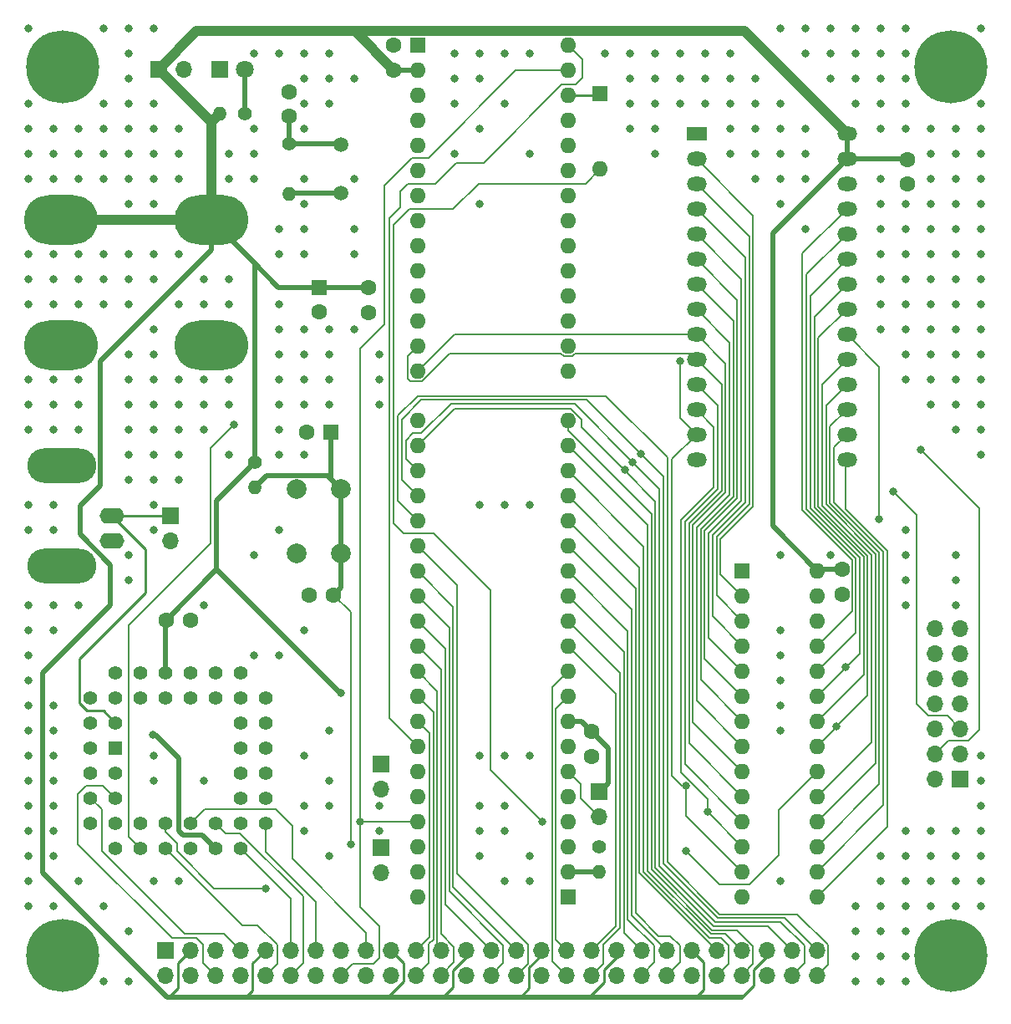
<source format=gtl>
G04 #@! TF.GenerationSoftware,KiCad,Pcbnew,7.0.10+1*
G04 #@! TF.CreationDate,2024-02-25T15:54:47+01:00*
G04 #@! TF.ProjectId,dd8_0v2,6464385f-3076-4322-9e6b-696361645f70,rev?*
G04 #@! TF.SameCoordinates,Original*
G04 #@! TF.FileFunction,Copper,L1,Top*
G04 #@! TF.FilePolarity,Positive*
%FSLAX46Y46*%
G04 Gerber Fmt 4.6, Leading zero omitted, Abs format (unit mm)*
G04 Created by KiCad (PCBNEW 7.0.10+1) date 2024-02-25 15:54:47*
%MOMM*%
%LPD*%
G01*
G04 APERTURE LIST*
G04 #@! TA.AperFunction,ComponentPad*
%ADD10R,1.600000X1.600000*%
G04 #@! TD*
G04 #@! TA.AperFunction,ComponentPad*
%ADD11O,1.600000X1.600000*%
G04 #@! TD*
G04 #@! TA.AperFunction,ComponentPad*
%ADD12C,1.600000*%
G04 #@! TD*
G04 #@! TA.AperFunction,ComponentPad*
%ADD13C,7.400000*%
G04 #@! TD*
G04 #@! TA.AperFunction,ComponentPad*
%ADD14R,1.700000X1.700000*%
G04 #@! TD*
G04 #@! TA.AperFunction,ComponentPad*
%ADD15O,1.700000X1.700000*%
G04 #@! TD*
G04 #@! TA.AperFunction,ComponentPad*
%ADD16C,2.000000*%
G04 #@! TD*
G04 #@! TA.AperFunction,ComponentPad*
%ADD17C,1.400000*%
G04 #@! TD*
G04 #@! TA.AperFunction,ComponentPad*
%ADD18O,1.400000X1.400000*%
G04 #@! TD*
G04 #@! TA.AperFunction,ComponentPad*
%ADD19C,1.500000*%
G04 #@! TD*
G04 #@! TA.AperFunction,ComponentPad*
%ADD20R,2.000000X1.440000*%
G04 #@! TD*
G04 #@! TA.AperFunction,ComponentPad*
%ADD21O,2.000000X1.440000*%
G04 #@! TD*
G04 #@! TA.AperFunction,ComponentPad*
%ADD22R,1.800000X1.800000*%
G04 #@! TD*
G04 #@! TA.AperFunction,ComponentPad*
%ADD23C,1.800000*%
G04 #@! TD*
G04 #@! TA.AperFunction,ComponentPad*
%ADD24O,7.500000X5.000000*%
G04 #@! TD*
G04 #@! TA.AperFunction,ComponentPad*
%ADD25O,2.500000X1.600000*%
G04 #@! TD*
G04 #@! TA.AperFunction,ComponentPad*
%ADD26O,7.000000X3.500000*%
G04 #@! TD*
G04 #@! TA.AperFunction,ComponentPad*
%ADD27R,1.422400X1.422400*%
G04 #@! TD*
G04 #@! TA.AperFunction,ComponentPad*
%ADD28C,1.422400*%
G04 #@! TD*
G04 #@! TA.AperFunction,ViaPad*
%ADD29C,0.800000*%
G04 #@! TD*
G04 #@! TA.AperFunction,Conductor*
%ADD30C,0.508000*%
G04 #@! TD*
G04 #@! TA.AperFunction,Conductor*
%ADD31C,0.152400*%
G04 #@! TD*
G04 #@! TA.AperFunction,Conductor*
%ADD32C,0.254000*%
G04 #@! TD*
G04 #@! TA.AperFunction,Conductor*
%ADD33C,1.000000*%
G04 #@! TD*
G04 APERTURE END LIST*
D10*
X123880000Y-125000000D03*
D11*
X123880000Y-127540000D03*
X123880000Y-130080000D03*
X123880000Y-132620000D03*
X123880000Y-135160000D03*
X123880000Y-137700000D03*
X123880000Y-140240000D03*
X123880000Y-142780000D03*
X123880000Y-145320000D03*
X123880000Y-147860000D03*
X123880000Y-150400000D03*
X123880000Y-152940000D03*
X123880000Y-155480000D03*
X123880000Y-158020000D03*
X131500000Y-158020000D03*
X131500000Y-155480000D03*
X131500000Y-152940000D03*
X131500000Y-150400000D03*
X131500000Y-147860000D03*
X131500000Y-145320000D03*
X131500000Y-142780000D03*
X131500000Y-140240000D03*
X131500000Y-137700000D03*
X131500000Y-135160000D03*
X131500000Y-132620000D03*
X131500000Y-130080000D03*
X131500000Y-127540000D03*
X131500000Y-125000000D03*
D12*
X65500000Y-130000000D03*
X68000000Y-130000000D03*
D13*
X55000000Y-74000000D03*
D12*
X134000000Y-124900000D03*
X134000000Y-127400000D03*
D14*
X109400000Y-147425000D03*
D15*
X109400000Y-149965000D03*
D16*
X78750000Y-123250000D03*
X78750000Y-116750000D03*
X83250000Y-123250000D03*
X83250000Y-116750000D03*
D10*
X82250000Y-111000000D03*
D12*
X79750000Y-111000000D03*
X140600000Y-83350000D03*
X140600000Y-85850000D03*
D14*
X66000000Y-119460000D03*
D15*
X66000000Y-122000000D03*
D14*
X146000000Y-146080000D03*
D15*
X143460000Y-146080000D03*
X146000000Y-143540000D03*
X143460000Y-143540000D03*
X146000000Y-141000000D03*
X143460000Y-141000000D03*
X146000000Y-138460000D03*
X143460000Y-138460000D03*
X146000000Y-135920000D03*
X143460000Y-135920000D03*
X146000000Y-133380000D03*
X143460000Y-133380000D03*
X146000000Y-130840000D03*
X143460000Y-130840000D03*
D13*
X55000000Y-164000000D03*
D17*
X109400000Y-153000000D03*
D18*
X109400000Y-155540000D03*
D13*
X145000000Y-164000000D03*
D19*
X83250000Y-86750000D03*
X83250000Y-81850000D03*
D20*
X119260000Y-80760000D03*
D21*
X119260000Y-83300000D03*
X119260000Y-85840000D03*
X119260000Y-88380000D03*
X119260000Y-90920000D03*
X119260000Y-93460000D03*
X119260000Y-96000000D03*
X119260000Y-98540000D03*
X119260000Y-101080000D03*
X119260000Y-103620000D03*
X119260000Y-106160000D03*
X119260000Y-108700000D03*
X119260000Y-111240000D03*
X119260000Y-113780000D03*
X134500000Y-113780000D03*
X134500000Y-111240000D03*
X134500000Y-108700000D03*
X134500000Y-106160000D03*
X134500000Y-103620000D03*
X134500000Y-101080000D03*
X134500000Y-98540000D03*
X134500000Y-96000000D03*
X134500000Y-93460000D03*
X134500000Y-90920000D03*
X134500000Y-88380000D03*
X134500000Y-85840000D03*
X134500000Y-83300000D03*
X134500000Y-80760000D03*
D10*
X106240000Y-158060000D03*
D11*
X106240000Y-155520000D03*
X106240000Y-152980000D03*
X106240000Y-150440000D03*
X106240000Y-147900000D03*
X106240000Y-145360000D03*
X106240000Y-142820000D03*
X106240000Y-140280000D03*
X106240000Y-137740000D03*
X106240000Y-135200000D03*
X106240000Y-132660000D03*
X106240000Y-130120000D03*
X106240000Y-127580000D03*
X106240000Y-125040000D03*
X106240000Y-122500000D03*
X106240000Y-119960000D03*
X106240000Y-117420000D03*
X106240000Y-114880000D03*
X106240000Y-112340000D03*
X106240000Y-109800000D03*
X91000000Y-109800000D03*
X91000000Y-112340000D03*
X91000000Y-114880000D03*
X91000000Y-117420000D03*
X91000000Y-119960000D03*
X91000000Y-122500000D03*
X91000000Y-125040000D03*
X91000000Y-127580000D03*
X91000000Y-130120000D03*
X91000000Y-132660000D03*
X91000000Y-135200000D03*
X91000000Y-137740000D03*
X91000000Y-140280000D03*
X91000000Y-142820000D03*
X91000000Y-145360000D03*
X91000000Y-147900000D03*
X91000000Y-150440000D03*
X91000000Y-152980000D03*
X91000000Y-155520000D03*
X91000000Y-158060000D03*
D22*
X70975000Y-74250000D03*
D23*
X73515000Y-74250000D03*
D10*
X109500000Y-76690000D03*
D11*
X109500000Y-84310000D03*
D13*
X145000000Y-74000000D03*
D14*
X87300000Y-144625000D03*
D15*
X87300000Y-147165000D03*
D10*
X91000000Y-71800000D03*
D11*
X91000000Y-74340000D03*
X91000000Y-76880000D03*
X91000000Y-79420000D03*
X91000000Y-81960000D03*
X91000000Y-84500000D03*
X91000000Y-87040000D03*
X91000000Y-89580000D03*
X91000000Y-92120000D03*
X91000000Y-94660000D03*
X91000000Y-97200000D03*
X91000000Y-99740000D03*
X91000000Y-102280000D03*
X91000000Y-104820000D03*
X106240000Y-104820000D03*
X106240000Y-102280000D03*
X106240000Y-99740000D03*
X106240000Y-97200000D03*
X106240000Y-94660000D03*
X106240000Y-92120000D03*
X106240000Y-89580000D03*
X106240000Y-87040000D03*
X106240000Y-84500000D03*
X106240000Y-81960000D03*
X106240000Y-79420000D03*
X106240000Y-76880000D03*
X106240000Y-74340000D03*
X106240000Y-71800000D03*
D14*
X87300000Y-153025000D03*
D15*
X87300000Y-155565000D03*
D24*
X54880000Y-89500000D03*
X70120000Y-89500000D03*
X54880000Y-102200000D03*
X70120000Y-102200000D03*
D25*
X60000000Y-119460000D03*
D26*
X54920000Y-124540000D03*
D25*
X60000000Y-122000000D03*
D26*
X54920000Y-114380000D03*
D12*
X86000000Y-96350000D03*
X86000000Y-98850000D03*
D17*
X78000000Y-81760000D03*
D18*
X78000000Y-86840000D03*
D14*
X65440000Y-163460000D03*
D15*
X65440000Y-166000000D03*
X67980000Y-163460000D03*
X67980000Y-166000000D03*
X70520000Y-163460000D03*
X70520000Y-166000000D03*
X73060000Y-163460000D03*
X73060000Y-166000000D03*
X75600000Y-163460000D03*
X75600000Y-166000000D03*
X78140000Y-163460000D03*
X78140000Y-166000000D03*
X80680000Y-163460000D03*
X80680000Y-166000000D03*
X83220000Y-163460000D03*
X83220000Y-166000000D03*
X85760000Y-163460000D03*
X85760000Y-166000000D03*
X88300000Y-163460000D03*
X88300000Y-166000000D03*
X90840000Y-163460000D03*
X90840000Y-166000000D03*
X93380000Y-163460000D03*
X93380000Y-166000000D03*
X95920000Y-163460000D03*
X95920000Y-166000000D03*
X98460000Y-163460000D03*
X98460000Y-166000000D03*
X101000000Y-163460000D03*
X101000000Y-166000000D03*
X103540000Y-163460000D03*
X103540000Y-166000000D03*
X106080000Y-163460000D03*
X106080000Y-166000000D03*
X108620000Y-163460000D03*
X108620000Y-166000000D03*
X111160000Y-163460000D03*
X111160000Y-166000000D03*
X113700000Y-163460000D03*
X113700000Y-166000000D03*
X116240000Y-163460000D03*
X116240000Y-166000000D03*
X118780000Y-163460000D03*
X118780000Y-166000000D03*
X121320000Y-163460000D03*
X121320000Y-166000000D03*
X123860000Y-163460000D03*
X123860000Y-166000000D03*
X126400000Y-163460000D03*
X126400000Y-166000000D03*
X128940000Y-163460000D03*
X128940000Y-166000000D03*
X131480000Y-163460000D03*
X131480000Y-166000000D03*
D12*
X82500000Y-127500000D03*
X80000000Y-127500000D03*
D17*
X74500000Y-114030000D03*
D18*
X74500000Y-116570000D03*
D12*
X88600000Y-74300000D03*
X88600000Y-71800000D03*
D27*
X60360000Y-142980000D03*
D28*
X57820000Y-145520000D03*
X60360000Y-145520000D03*
X57820000Y-148060000D03*
X60360000Y-148060000D03*
X57820000Y-150600000D03*
X60360000Y-153140000D03*
X60360000Y-150600000D03*
X62900000Y-153140000D03*
X62900000Y-150600000D03*
X65440000Y-153140000D03*
X65440000Y-150600000D03*
X67980000Y-153140000D03*
X67980000Y-150600000D03*
X70520000Y-153140000D03*
X70520000Y-150600000D03*
X73060000Y-153140000D03*
X75600000Y-150600000D03*
X73060000Y-150600000D03*
X75600000Y-148060000D03*
X73060000Y-148060000D03*
X75600000Y-145520000D03*
X73060000Y-145520000D03*
X75600000Y-142980000D03*
X73060000Y-142980000D03*
X75600000Y-140440000D03*
X73060000Y-140440000D03*
X75600000Y-137900000D03*
X73060000Y-135360000D03*
X73060000Y-137900000D03*
X70520000Y-135360000D03*
X70520000Y-137900000D03*
X67980000Y-135360000D03*
X67980000Y-137900000D03*
X65440000Y-135360000D03*
X65440000Y-137900000D03*
X62900000Y-135360000D03*
X62900000Y-137900000D03*
X60360000Y-135360000D03*
X57820000Y-137900000D03*
X60360000Y-137900000D03*
X57820000Y-140440000D03*
X60360000Y-140440000D03*
X57820000Y-142980000D03*
D12*
X78000000Y-79000000D03*
X78000000Y-76500000D03*
D17*
X73500000Y-78750000D03*
D18*
X70960000Y-78750000D03*
D12*
X108600000Y-141300000D03*
X108600000Y-143800000D03*
D14*
X64750000Y-74225000D03*
D15*
X67290000Y-74225000D03*
D10*
X81000000Y-96294888D03*
D12*
X81000000Y-98794888D03*
D29*
X130315000Y-85315000D03*
X140475000Y-156435000D03*
X87135000Y-108175000D03*
X140475000Y-87855000D03*
X64275000Y-113255000D03*
X51575000Y-146275000D03*
X132855000Y-75155000D03*
X99835000Y-118335000D03*
X59195000Y-158975000D03*
X117615000Y-72615000D03*
X127775000Y-87855000D03*
X145555000Y-125955000D03*
X127775000Y-133575000D03*
X140475000Y-123415000D03*
X122695000Y-82775000D03*
X87135000Y-103095000D03*
X140475000Y-98015000D03*
X132855000Y-72615000D03*
X79515000Y-105635000D03*
X140475000Y-151355000D03*
X127775000Y-131035000D03*
X97295000Y-80235000D03*
X64275000Y-100555000D03*
X140475000Y-166595000D03*
X66815000Y-80235000D03*
X59195000Y-82775000D03*
X148095000Y-110715000D03*
X140475000Y-158975000D03*
X76975000Y-90395000D03*
X54115000Y-151355000D03*
X148095000Y-92935000D03*
X69355000Y-98015000D03*
X145555000Y-108175000D03*
X143015000Y-82775000D03*
X125235000Y-82775000D03*
X61735000Y-105635000D03*
X74435000Y-123415000D03*
X51575000Y-82775000D03*
X125235000Y-77695000D03*
X97295000Y-143735000D03*
X143015000Y-98015000D03*
X140475000Y-105635000D03*
X79515000Y-100555000D03*
X51575000Y-148815000D03*
X82055000Y-75155000D03*
X56655000Y-110715000D03*
X64275000Y-146275000D03*
X145555000Y-156435000D03*
X140475000Y-90395000D03*
X97295000Y-118335000D03*
X82055000Y-146275000D03*
X69355000Y-146275000D03*
X66815000Y-115795000D03*
X56655000Y-108175000D03*
X145555000Y-95475000D03*
X87135000Y-105635000D03*
X56655000Y-95475000D03*
X61735000Y-125955000D03*
X71895000Y-82775000D03*
X145555000Y-85315000D03*
X135395000Y-70075000D03*
X120155000Y-77695000D03*
X64275000Y-105635000D03*
X125235000Y-85315000D03*
X135395000Y-158975000D03*
X148095000Y-90395000D03*
X79515000Y-131035000D03*
X132855000Y-70075000D03*
X74435000Y-72615000D03*
X102375000Y-118335000D03*
X54115000Y-105635000D03*
X66815000Y-110715000D03*
X76975000Y-72615000D03*
X127775000Y-82775000D03*
X76975000Y-92935000D03*
X137935000Y-92935000D03*
X143015000Y-108175000D03*
X140475000Y-128495000D03*
X61735000Y-166595000D03*
X82055000Y-141195000D03*
X61735000Y-75155000D03*
X54115000Y-82775000D03*
X127775000Y-141195000D03*
X84595000Y-92935000D03*
X102375000Y-156435000D03*
X69355000Y-95475000D03*
X135395000Y-72615000D03*
X54115000Y-128495000D03*
X76975000Y-100555000D03*
X143015000Y-92935000D03*
X56655000Y-85315000D03*
X140475000Y-161515000D03*
X64275000Y-95475000D03*
X97295000Y-151355000D03*
X140475000Y-92935000D03*
X66815000Y-108175000D03*
X94755000Y-77695000D03*
X143015000Y-151355000D03*
X94755000Y-75155000D03*
X97295000Y-72615000D03*
X79515000Y-80235000D03*
X64275000Y-87855000D03*
X102375000Y-153895000D03*
X145555000Y-105635000D03*
X97295000Y-148815000D03*
X56655000Y-105635000D03*
X51575000Y-110715000D03*
X145555000Y-158975000D03*
X61735000Y-98015000D03*
X51575000Y-133575000D03*
X51575000Y-108175000D03*
X54115000Y-110715000D03*
X99835000Y-143735000D03*
X140475000Y-70075000D03*
X59195000Y-92935000D03*
X76975000Y-133575000D03*
X102375000Y-143735000D03*
X71895000Y-108175000D03*
X122695000Y-77695000D03*
X69355000Y-108175000D03*
X61735000Y-70075000D03*
X79515000Y-90395000D03*
X148095000Y-98015000D03*
X64275000Y-103095000D03*
X51575000Y-128495000D03*
X51575000Y-151355000D03*
X71895000Y-98015000D03*
X61735000Y-161515000D03*
X64275000Y-156435000D03*
X76975000Y-113255000D03*
X61735000Y-82775000D03*
X54115000Y-138655000D03*
X61735000Y-72615000D03*
X66815000Y-82775000D03*
X140475000Y-120875000D03*
X143015000Y-100555000D03*
X51575000Y-156435000D03*
X127775000Y-138655000D03*
X51575000Y-131035000D03*
X120155000Y-75155000D03*
X51575000Y-98015000D03*
X112535000Y-77695000D03*
X74435000Y-133575000D03*
X61735000Y-77695000D03*
X79515000Y-143735000D03*
X82055000Y-72615000D03*
X145555000Y-90395000D03*
X97295000Y-75155000D03*
X84595000Y-100555000D03*
X140475000Y-80235000D03*
X137935000Y-156435000D03*
X76975000Y-120875000D03*
X66815000Y-98015000D03*
X51575000Y-105635000D03*
X76975000Y-105635000D03*
X87135000Y-148815000D03*
X137935000Y-87855000D03*
X51575000Y-92935000D03*
X125235000Y-80235000D03*
X99835000Y-151355000D03*
X99835000Y-77695000D03*
X64275000Y-80235000D03*
X82055000Y-108175000D03*
X66815000Y-113255000D03*
X115075000Y-80235000D03*
X79515000Y-151355000D03*
X79515000Y-108175000D03*
X122695000Y-72615000D03*
X51575000Y-136115000D03*
X71895000Y-85315000D03*
X74435000Y-82775000D03*
X137935000Y-161515000D03*
X117615000Y-75155000D03*
X54115000Y-95475000D03*
X82055000Y-148815000D03*
X135395000Y-161515000D03*
X145555000Y-87855000D03*
X61735000Y-87855000D03*
X61735000Y-123415000D03*
X145555000Y-153895000D03*
X76975000Y-98015000D03*
X59195000Y-77695000D03*
X137935000Y-70075000D03*
X61735000Y-95475000D03*
X143015000Y-103095000D03*
X97295000Y-87855000D03*
X102375000Y-72615000D03*
X84595000Y-90395000D03*
X140475000Y-72615000D03*
X122695000Y-80235000D03*
X145555000Y-80235000D03*
X61735000Y-103095000D03*
X74435000Y-85315000D03*
X99835000Y-156435000D03*
X145555000Y-103095000D03*
X66815000Y-85315000D03*
X102375000Y-82775000D03*
X64275000Y-70075000D03*
X145555000Y-128495000D03*
X61735000Y-85315000D03*
X137935000Y-166595000D03*
X148095000Y-151355000D03*
X54115000Y-92935000D03*
X64275000Y-118335000D03*
X122695000Y-75155000D03*
X140475000Y-103095000D03*
X148095000Y-148815000D03*
X137935000Y-98015000D03*
X54115000Y-120875000D03*
X143015000Y-105635000D03*
X97295000Y-153895000D03*
X79515000Y-92935000D03*
X145555000Y-100555000D03*
X59195000Y-80235000D03*
X135395000Y-164055000D03*
X79515000Y-148815000D03*
X71895000Y-105635000D03*
X127775000Y-123415000D03*
X66815000Y-156435000D03*
X148095000Y-85315000D03*
X148095000Y-146275000D03*
X120155000Y-72615000D03*
X148095000Y-153895000D03*
X64275000Y-82775000D03*
X82055000Y-103095000D03*
X51575000Y-70075000D03*
X54115000Y-108175000D03*
X148095000Y-113255000D03*
X51575000Y-138655000D03*
X79515000Y-103095000D03*
X137935000Y-153895000D03*
X143015000Y-158975000D03*
X127775000Y-77695000D03*
X82055000Y-153895000D03*
X54115000Y-118335000D03*
X143015000Y-90395000D03*
X148095000Y-77695000D03*
X71895000Y-95475000D03*
X69355000Y-105635000D03*
X127775000Y-85315000D03*
X66815000Y-105635000D03*
X84595000Y-75155000D03*
X64275000Y-77695000D03*
X71895000Y-113255000D03*
X76975000Y-110715000D03*
X64275000Y-143735000D03*
X137935000Y-100555000D03*
X51575000Y-120875000D03*
X82055000Y-100555000D03*
X148095000Y-108175000D03*
X64275000Y-110715000D03*
X148095000Y-158975000D03*
X51575000Y-80235000D03*
X140475000Y-164055000D03*
X51575000Y-158975000D03*
X51575000Y-95475000D03*
X148095000Y-70075000D03*
X143015000Y-156435000D03*
X56655000Y-156435000D03*
X137935000Y-75155000D03*
X54115000Y-143735000D03*
X61735000Y-113255000D03*
X140475000Y-95475000D03*
X130315000Y-82775000D03*
X117615000Y-77695000D03*
X132855000Y-123415000D03*
X51575000Y-118335000D03*
X148095000Y-100555000D03*
X99835000Y-72615000D03*
X137935000Y-158975000D03*
X130315000Y-80235000D03*
X54115000Y-141195000D03*
X143015000Y-153895000D03*
X54115000Y-80235000D03*
X145555000Y-98015000D03*
X59195000Y-95475000D03*
X56655000Y-82775000D03*
X135395000Y-166595000D03*
X140475000Y-77695000D03*
X87135000Y-151355000D03*
X59195000Y-98015000D03*
X145555000Y-110715000D03*
X137935000Y-85315000D03*
X145555000Y-92935000D03*
X51575000Y-153895000D03*
X137935000Y-164055000D03*
X148095000Y-156435000D03*
X137935000Y-80235000D03*
X145555000Y-123415000D03*
X64275000Y-92935000D03*
X148095000Y-103095000D03*
X94755000Y-82775000D03*
X54115000Y-158975000D03*
X76975000Y-103095000D03*
X127775000Y-70075000D03*
X79515000Y-77695000D03*
X148095000Y-143735000D03*
X143015000Y-85315000D03*
X79515000Y-75155000D03*
X99835000Y-148815000D03*
X59195000Y-166595000D03*
X145555000Y-151355000D03*
X84595000Y-85315000D03*
X145555000Y-82775000D03*
X64275000Y-120875000D03*
X54115000Y-146275000D03*
X115075000Y-77695000D03*
X64275000Y-85315000D03*
X79515000Y-113255000D03*
X54115000Y-98015000D03*
X64275000Y-108175000D03*
X140475000Y-100555000D03*
X143015000Y-95475000D03*
X127775000Y-156435000D03*
X137935000Y-90395000D03*
X135395000Y-77695000D03*
X56655000Y-128495000D03*
X137935000Y-95475000D03*
X51575000Y-143735000D03*
X82055000Y-105635000D03*
X135395000Y-75155000D03*
X69355000Y-110715000D03*
X59195000Y-70075000D03*
X76975000Y-108175000D03*
X82055000Y-77695000D03*
X109995000Y-72615000D03*
X54115000Y-148815000D03*
X54115000Y-131035000D03*
X79515000Y-85315000D03*
X51575000Y-141195000D03*
X66815000Y-92935000D03*
X137935000Y-77695000D03*
X143015000Y-87855000D03*
X56655000Y-98015000D03*
X127775000Y-136115000D03*
X64275000Y-115795000D03*
X148095000Y-105635000D03*
X148095000Y-87855000D03*
X56655000Y-80235000D03*
X112535000Y-75155000D03*
X74435000Y-80235000D03*
X51575000Y-85315000D03*
X61735000Y-110715000D03*
X56655000Y-92935000D03*
X94755000Y-72615000D03*
X54115000Y-153895000D03*
X115075000Y-82775000D03*
X115075000Y-72615000D03*
X148095000Y-82775000D03*
X69355000Y-128495000D03*
X79515000Y-72615000D03*
X125235000Y-75155000D03*
X143015000Y-80235000D03*
X127775000Y-80235000D03*
X140475000Y-125955000D03*
X140475000Y-75155000D03*
X140475000Y-153895000D03*
X112535000Y-80235000D03*
X61735000Y-108175000D03*
X148095000Y-80235000D03*
X61735000Y-80235000D03*
X51575000Y-77695000D03*
X61735000Y-92935000D03*
X112535000Y-72615000D03*
X79515000Y-87855000D03*
X148095000Y-95475000D03*
X130315000Y-72615000D03*
X137935000Y-72615000D03*
X54115000Y-85315000D03*
X130315000Y-90395000D03*
X130315000Y-70075000D03*
X59195000Y-85315000D03*
X61735000Y-115795000D03*
X115075000Y-75155000D03*
X84208000Y-152692000D03*
X83222000Y-137422000D03*
X64200000Y-141600000D03*
X103600000Y-150400000D03*
X75600000Y-157200000D03*
X85200000Y-150400000D03*
X120400000Y-149400000D03*
X118200000Y-146800000D03*
X117600000Y-103800000D03*
X133400000Y-140800000D03*
X134400000Y-134800000D03*
X112000000Y-114800000D03*
X112800000Y-114000000D03*
X113600000Y-113200000D03*
X142000000Y-112800000D03*
X139200000Y-117000000D03*
X72400000Y-110200000D03*
X118200000Y-153400000D03*
X137800000Y-119800000D03*
D30*
X83160000Y-81760000D02*
X83250000Y-81850000D01*
X78000000Y-79000000D02*
X78000000Y-81760000D01*
X78000000Y-81760000D02*
X83160000Y-81760000D01*
X83250000Y-116750000D02*
X83250000Y-123250000D01*
X82250000Y-111000000D02*
X82250000Y-115750000D01*
X83250000Y-126750000D02*
X82500000Y-127500000D01*
X82250000Y-115750000D02*
X83250000Y-116750000D01*
X83250000Y-123250000D02*
X83250000Y-126750000D01*
D31*
X84208000Y-152692000D02*
X84208000Y-129208000D01*
X84208000Y-129208000D02*
X82500000Y-127500000D01*
D30*
X81843600Y-115343600D02*
X82250000Y-115750000D01*
X75726400Y-115343600D02*
X81843600Y-115343600D01*
X74500000Y-116570000D02*
X75726400Y-115343600D01*
X127000000Y-120500000D02*
X127000000Y-90800000D01*
X59900000Y-128500000D02*
X59900000Y-124400000D01*
D32*
X120000000Y-167450000D02*
X120000000Y-164680000D01*
X111160000Y-164140000D02*
X109900000Y-165400000D01*
X66700000Y-164740000D02*
X66700000Y-167300000D01*
D30*
X65480000Y-130020000D02*
X65500000Y-130000000D01*
X65500000Y-130000000D02*
X70600000Y-124900000D01*
X110300000Y-146525000D02*
X109400000Y-147425000D01*
D32*
X94600000Y-167200000D02*
X93600000Y-168200000D01*
D30*
X90960000Y-74300000D02*
X91000000Y-74340000D01*
D33*
X54880000Y-89500000D02*
X70120000Y-89500000D01*
D30*
X59900000Y-124400000D02*
X56800000Y-121300000D01*
X131600000Y-124900000D02*
X131500000Y-125000000D01*
X110300000Y-143000000D02*
X110300000Y-146525000D01*
D32*
X67980000Y-163460000D02*
X66700000Y-164740000D01*
D30*
X53000000Y-135400000D02*
X59900000Y-128500000D01*
D32*
X66700000Y-167300000D02*
X65800000Y-168200000D01*
D30*
X83122000Y-137422000D02*
X70600000Y-124900000D01*
X85944888Y-96294888D02*
X86000000Y-96350000D01*
X70600000Y-117930000D02*
X74500000Y-114030000D01*
X70120000Y-92508000D02*
X70120000Y-89500000D01*
X88600000Y-74300000D02*
X90960000Y-74300000D01*
X134000000Y-124900000D02*
X131600000Y-124900000D01*
D32*
X74300000Y-167500000D02*
X73600000Y-168200000D01*
D33*
X70120000Y-89500000D02*
X70120000Y-79590000D01*
D30*
X107580000Y-140280000D02*
X108600000Y-141300000D01*
X56800000Y-118400000D02*
X58826400Y-116373600D01*
X131500000Y-125000000D02*
X127000000Y-120500000D01*
D32*
X111160000Y-163460000D02*
X111160000Y-164140000D01*
X95920000Y-163460000D02*
X95920000Y-164180000D01*
D30*
X106240000Y-140280000D02*
X107580000Y-140280000D01*
D32*
X103540000Y-163460000D02*
X103540000Y-163962894D01*
X109900000Y-165400000D02*
X109900000Y-166700000D01*
X87800000Y-168200000D02*
X87978413Y-168200000D01*
X102300000Y-165202894D02*
X102300000Y-167300000D01*
D33*
X84600000Y-70347600D02*
X84647600Y-70347600D01*
D32*
X119250000Y-168200000D02*
X120000000Y-167450000D01*
D30*
X74500000Y-114030000D02*
X74500000Y-93880000D01*
X69180000Y-151800000D02*
X70520000Y-153140000D01*
D32*
X109900000Y-166700000D02*
X108400000Y-168200000D01*
D30*
X66800000Y-151400000D02*
X67200000Y-151800000D01*
X127000000Y-90800000D02*
X134500000Y-83300000D01*
D32*
X75600000Y-163460000D02*
X74300000Y-164760000D01*
D33*
X64750000Y-74225000D02*
X64755000Y-74225000D01*
D32*
X74300000Y-164760000D02*
X74300000Y-167500000D01*
D30*
X53000000Y-155600000D02*
X53000000Y-135400000D01*
D32*
X89600000Y-166578413D02*
X89600000Y-164760000D01*
D30*
X123900000Y-168200000D02*
X65600000Y-168200000D01*
D33*
X68627400Y-70347600D02*
X84600000Y-70347600D01*
D32*
X125100000Y-165400000D02*
X125100000Y-167000000D01*
X102300000Y-167300000D02*
X101400000Y-168200000D01*
X125100000Y-167000000D02*
X123900000Y-168200000D01*
D30*
X58826400Y-103801600D02*
X70120000Y-92508000D01*
D32*
X120000000Y-164680000D02*
X118780000Y-163460000D01*
D30*
X134500000Y-83300000D02*
X140550000Y-83300000D01*
X140550000Y-83300000D02*
X140600000Y-83350000D01*
D32*
X126400000Y-163460000D02*
X126400000Y-164100000D01*
X94600000Y-165500000D02*
X94600000Y-167200000D01*
D33*
X70120000Y-79590000D02*
X70960000Y-78750000D01*
D30*
X74310000Y-93690000D02*
X70120000Y-89500000D01*
X65600000Y-168200000D02*
X53000000Y-155600000D01*
D32*
X95920000Y-164180000D02*
X94600000Y-165500000D01*
D33*
X84647600Y-70347600D02*
X88600000Y-74300000D01*
D30*
X76914888Y-96294888D02*
X74310000Y-93690000D01*
D32*
X89600000Y-164760000D02*
X88300000Y-163460000D01*
D30*
X108600000Y-141300000D02*
X110300000Y-143000000D01*
X67200000Y-151800000D02*
X69180000Y-151800000D01*
D33*
X84600000Y-70347600D02*
X124087600Y-70347600D01*
D30*
X58826400Y-116373600D02*
X58826400Y-103801600D01*
X81000000Y-96294888D02*
X85944888Y-96294888D01*
D32*
X87978413Y-168200000D02*
X89600000Y-166578413D01*
D30*
X134500000Y-80760000D02*
X134500000Y-83300000D01*
X56800000Y-121300000D02*
X56800000Y-118400000D01*
X65480000Y-135360000D02*
X65480000Y-130020000D01*
D32*
X126400000Y-164100000D02*
X125100000Y-165400000D01*
D30*
X81000000Y-96294888D02*
X76914888Y-96294888D01*
D33*
X64750000Y-74225000D02*
X68627400Y-70347600D01*
D30*
X83222000Y-137422000D02*
X83122000Y-137422000D01*
D33*
X64755000Y-74225000D02*
X70120000Y-79590000D01*
D30*
X74500000Y-93880000D02*
X74310000Y-93690000D01*
D33*
X124087600Y-70347600D02*
X134500000Y-80760000D01*
D30*
X64400000Y-141600000D02*
X66800000Y-144000000D01*
X70600000Y-124900000D02*
X70600000Y-117930000D01*
X66800000Y-144000000D02*
X66800000Y-151400000D01*
D32*
X103540000Y-163962894D02*
X102300000Y-165202894D01*
X106240000Y-76880000D02*
X109310000Y-76880000D01*
X109310000Y-76880000D02*
X109500000Y-76690000D01*
D31*
X109500000Y-84310000D02*
X108010000Y-85800000D01*
X98400000Y-127000000D02*
X98400000Y-145200000D01*
X88600000Y-120200000D02*
X89600000Y-121200000D01*
X97200000Y-85800000D02*
X94600000Y-88400000D01*
X89600000Y-121200000D02*
X92600000Y-121200000D01*
X108010000Y-85800000D02*
X97200000Y-85800000D01*
X90200000Y-88400000D02*
X88600000Y-90000000D01*
X88600000Y-90000000D02*
X88600000Y-120200000D01*
X94600000Y-88400000D02*
X90200000Y-88400000D01*
X92600000Y-121200000D02*
X98400000Y-127000000D01*
X98400000Y-145200000D02*
X103600000Y-150400000D01*
D32*
X56700000Y-133900000D02*
X56700000Y-138400000D01*
X57500000Y-139200000D02*
X59160000Y-139200000D01*
X63400000Y-122860000D02*
X63400000Y-127200000D01*
X56700000Y-138400000D02*
X57500000Y-139200000D01*
X59160000Y-139200000D02*
X60400000Y-140440000D01*
X60000000Y-119460000D02*
X63400000Y-122860000D01*
X60000000Y-119460000D02*
X66000000Y-119460000D01*
X63400000Y-127200000D02*
X56700000Y-133900000D01*
D31*
X92800000Y-85800000D02*
X90000000Y-85800000D01*
X107700000Y-73260000D02*
X107700000Y-75100000D01*
X89236200Y-86563800D02*
X89236200Y-88194852D01*
X107000000Y-75800000D02*
X105600000Y-75800000D01*
X90000000Y-85800000D02*
X89236200Y-86563800D01*
X106240000Y-71800000D02*
X107700000Y-73260000D01*
X89236200Y-88194852D02*
X88104800Y-89326252D01*
X88104800Y-139924800D02*
X91000000Y-142820000D01*
X97695200Y-83704800D02*
X94895200Y-83704800D01*
X105600000Y-75800000D02*
X97695200Y-83704800D01*
X88104800Y-89326252D02*
X88104800Y-139924800D01*
X107700000Y-75100000D02*
X107000000Y-75800000D01*
X94895200Y-83704800D02*
X92800000Y-85800000D01*
X59140000Y-146800000D02*
X60400000Y-148060000D01*
X66100000Y-162200000D02*
X56600000Y-152700000D01*
X69300000Y-164780000D02*
X69300000Y-162900000D01*
X136200000Y-123600000D02*
X136200000Y-135540000D01*
X131200000Y-99300000D02*
X131200000Y-118600000D01*
X56600000Y-152700000D02*
X56600000Y-147600000D01*
X70520000Y-166000000D02*
X69300000Y-164780000D01*
X131200000Y-118600000D02*
X136200000Y-123600000D01*
X56600000Y-147600000D02*
X57400000Y-146800000D01*
X134500000Y-96000000D02*
X131200000Y-99300000D01*
X68600000Y-162200000D02*
X66100000Y-162200000D01*
X69300000Y-162900000D02*
X68600000Y-162200000D01*
X57400000Y-146800000D02*
X59140000Y-146800000D01*
X136200000Y-135540000D02*
X131500000Y-140240000D01*
X57860000Y-148060000D02*
X59000000Y-149200000D01*
X67400000Y-161800000D02*
X71400000Y-161800000D01*
X59000000Y-153400000D02*
X67400000Y-161800000D01*
X71400000Y-161800000D02*
X73060000Y-163460000D01*
X59000000Y-149200000D02*
X59000000Y-153400000D01*
X73060000Y-153140000D02*
X78140000Y-158220000D01*
X78140000Y-158220000D02*
X78140000Y-163460000D01*
X80680000Y-158580000D02*
X75600000Y-153500000D01*
X80680000Y-163460000D02*
X80680000Y-158580000D01*
X75600000Y-153500000D02*
X75600000Y-150600000D01*
X74800000Y-160900000D02*
X76800000Y-162900000D01*
X65470000Y-153140000D02*
X73230000Y-160900000D01*
X76800000Y-164800000D02*
X75600000Y-166000000D01*
X76800000Y-162900000D02*
X76800000Y-164800000D01*
X73230000Y-160900000D02*
X74800000Y-160900000D01*
X73000000Y-151600000D02*
X79400000Y-158000000D01*
X79400000Y-158000000D02*
X79400000Y-164740000D01*
X71520000Y-151600000D02*
X73000000Y-151600000D01*
X70520000Y-150600000D02*
X71520000Y-151600000D01*
X79400000Y-164740000D02*
X78140000Y-166000000D01*
X78300000Y-150900000D02*
X76600000Y-149200000D01*
X85760000Y-163460000D02*
X85760000Y-161660000D01*
X78300000Y-154200000D02*
X78300000Y-150900000D01*
X85760000Y-161660000D02*
X78300000Y-154200000D01*
X76600000Y-149200000D02*
X69410000Y-149200000D01*
X69410000Y-149200000D02*
X68010000Y-150600000D01*
X85200000Y-151300000D02*
X85200000Y-159100000D01*
X92100000Y-83200000D02*
X90400000Y-83200000D01*
X66600000Y-153400000D02*
X70400000Y-157200000D01*
X85200000Y-159100000D02*
X87100000Y-161000000D01*
X87600000Y-86000000D02*
X87600000Y-100100000D01*
X87100000Y-164200000D02*
X86500000Y-164800000D01*
X100960000Y-74340000D02*
X92100000Y-83200000D01*
X85200000Y-150440000D02*
X85200000Y-151300000D01*
X75600000Y-157200000D02*
X75500000Y-157200000D01*
X91000000Y-150440000D02*
X85200000Y-150440000D01*
X87100000Y-161000000D02*
X87100000Y-164200000D01*
X85200000Y-102500000D02*
X85200000Y-149300000D01*
X87600000Y-100100000D02*
X85200000Y-102500000D01*
X86500000Y-164800000D02*
X84420000Y-164800000D01*
X66600000Y-152600000D02*
X66600000Y-153400000D01*
X85200000Y-150400000D02*
X85200000Y-151300000D01*
X65440000Y-151440000D02*
X66600000Y-152600000D01*
X84420000Y-164800000D02*
X83220000Y-166000000D01*
X90400000Y-83200000D02*
X87600000Y-86000000D01*
X70400000Y-157200000D02*
X75600000Y-157200000D01*
X65440000Y-150600000D02*
X65440000Y-151440000D01*
X85200000Y-149300000D02*
X85200000Y-150400000D01*
X106240000Y-74340000D02*
X100960000Y-74340000D01*
X92200000Y-162100000D02*
X92200000Y-141480000D01*
X123880000Y-150400000D02*
X118100000Y-144620000D01*
X92200000Y-141480000D02*
X91000000Y-140280000D01*
X121400000Y-108300000D02*
X119260000Y-106160000D01*
X121400000Y-116765526D02*
X121400000Y-108300000D01*
X118100000Y-144620000D02*
X118100000Y-120065526D01*
X118100000Y-120065526D02*
X121400000Y-116765526D01*
X90840000Y-163460000D02*
X92200000Y-162100000D01*
X117700000Y-145411025D02*
X117700000Y-119900000D01*
X92100000Y-164740000D02*
X92100000Y-162831829D01*
X120400000Y-149400000D02*
X120400000Y-148111025D01*
X90840000Y-166000000D02*
X92100000Y-164740000D01*
X121000000Y-110440000D02*
X119260000Y-108700000D01*
X120400000Y-149460000D02*
X120400000Y-149400000D01*
X120400000Y-148111025D02*
X117700000Y-145411025D01*
X121000000Y-116600000D02*
X121000000Y-110440000D01*
X123880000Y-152940000D02*
X120400000Y-149460000D01*
X92600000Y-139340000D02*
X91000000Y-137740000D01*
X92100000Y-162831829D02*
X92600000Y-162331829D01*
X117700000Y-119900000D02*
X121000000Y-116600000D01*
X92600000Y-162331829D02*
X92600000Y-139340000D01*
X93000000Y-163080000D02*
X93000000Y-137200000D01*
X118200000Y-149800000D02*
X118200000Y-146800000D01*
X118200000Y-146800000D02*
X117800000Y-146800000D01*
X116800000Y-113700000D02*
X119260000Y-111240000D01*
X93000000Y-137200000D02*
X91000000Y-135200000D01*
X119260000Y-111240000D02*
X117600000Y-109580000D01*
X116800000Y-145800000D02*
X116800000Y-113700000D01*
X123880000Y-155480000D02*
X118200000Y-149800000D01*
X93380000Y-163460000D02*
X93000000Y-163080000D01*
X117600000Y-109580000D02*
X117600000Y-103800000D01*
X117800000Y-146800000D02*
X116800000Y-145800000D01*
X93400000Y-161800000D02*
X94700000Y-163100000D01*
X134400000Y-113880000D02*
X134400000Y-118800000D01*
X93400000Y-135060000D02*
X93400000Y-161800000D01*
X91000000Y-132660000D02*
X93400000Y-135060000D01*
X134400000Y-118800000D02*
X138600000Y-123000000D01*
X138600000Y-150920000D02*
X131500000Y-158020000D01*
X94700000Y-164680000D02*
X93380000Y-166000000D01*
X134500000Y-113780000D02*
X134400000Y-113880000D01*
X94700000Y-163100000D02*
X94700000Y-164680000D01*
X138600000Y-123000000D02*
X138600000Y-150920000D01*
X138200000Y-123100000D02*
X133200000Y-118100000D01*
X131500000Y-155480000D02*
X138200000Y-148780000D01*
X93800000Y-158800000D02*
X93800000Y-132920000D01*
X93800000Y-132920000D02*
X91000000Y-130120000D01*
X135040000Y-111240000D02*
X134500000Y-111240000D01*
X133200000Y-118100000D02*
X133200000Y-112540000D01*
X138200000Y-148780000D02*
X138200000Y-123100000D01*
X133200000Y-112540000D02*
X134500000Y-111240000D01*
X98460000Y-163460000D02*
X93800000Y-158800000D01*
X132800000Y-118200000D02*
X137800000Y-123200000D01*
X137800000Y-146640000D02*
X131500000Y-152940000D01*
X98460000Y-166000000D02*
X99700000Y-164760000D01*
X99700000Y-163000000D02*
X94200000Y-157500000D01*
X137800000Y-123200000D02*
X137800000Y-146640000D01*
X132800000Y-110400000D02*
X132800000Y-118200000D01*
X94200000Y-157500000D02*
X94200000Y-130780000D01*
X134500000Y-108700000D02*
X132800000Y-110400000D01*
X94200000Y-130780000D02*
X91000000Y-127580000D01*
X99700000Y-164760000D02*
X99700000Y-163000000D01*
X131500000Y-150400000D02*
X137400000Y-144500000D01*
X94600000Y-157060000D02*
X101000000Y-163460000D01*
X132400000Y-118300000D02*
X132400000Y-108260000D01*
X91000000Y-125040000D02*
X94600000Y-128640000D01*
X137400000Y-123300000D02*
X132400000Y-118300000D01*
X137400000Y-144500000D02*
X137400000Y-123300000D01*
X132400000Y-108260000D02*
X134500000Y-106160000D01*
X94600000Y-128640000D02*
X94600000Y-157060000D01*
X132000000Y-106120000D02*
X132000000Y-118400000D01*
X132000000Y-118400000D02*
X137000000Y-123400000D01*
X137000000Y-142360000D02*
X131500000Y-147860000D01*
X95000000Y-155700000D02*
X95000000Y-126500000D01*
X95000000Y-126500000D02*
X91000000Y-122500000D01*
X137000000Y-123400000D02*
X137000000Y-142360000D01*
X101000000Y-166000000D02*
X102200000Y-164800000D01*
X102200000Y-164800000D02*
X102200000Y-162900000D01*
X134500000Y-103620000D02*
X132000000Y-106120000D01*
X102200000Y-162900000D02*
X95000000Y-155700000D01*
X118640000Y-103000000D02*
X106974661Y-103000000D01*
X105000000Y-138980000D02*
X106240000Y-137740000D01*
X105000000Y-162380000D02*
X105000000Y-138980000D01*
X119260000Y-103620000D02*
X118640000Y-103000000D01*
X90248600Y-105848600D02*
X89971400Y-105571400D01*
X105813939Y-103308600D02*
X105505339Y-103000000D01*
X94274661Y-103000000D02*
X91426061Y-105848600D01*
X105505339Y-103000000D02*
X94274661Y-103000000D01*
X118500000Y-142480000D02*
X118500000Y-120200000D01*
X118500000Y-120200000D02*
X121800000Y-116900000D01*
X91426061Y-105848600D02*
X90248600Y-105848600D01*
X121800000Y-106160000D02*
X119260000Y-103620000D01*
X121800000Y-116900000D02*
X121800000Y-106160000D01*
X106974661Y-103000000D02*
X106666061Y-103308600D01*
X106666061Y-103308600D02*
X105813939Y-103308600D01*
X106080000Y-163460000D02*
X105000000Y-162380000D01*
X89971400Y-103308600D02*
X91000000Y-102280000D01*
X123880000Y-147860000D02*
X118500000Y-142480000D01*
X89971400Y-105571400D02*
X89971400Y-103308600D01*
X91000000Y-104820000D02*
X94740000Y-101080000D01*
X122200000Y-117100000D02*
X122200000Y-104020000D01*
X122200000Y-104020000D02*
X119260000Y-101080000D01*
X104618600Y-164538600D02*
X106080000Y-166000000D01*
X104618600Y-136821400D02*
X104618600Y-164538600D01*
X118900000Y-120400000D02*
X122200000Y-117100000D01*
X118900000Y-140340000D02*
X118900000Y-120400000D01*
X123880000Y-145320000D02*
X118900000Y-140340000D01*
X106240000Y-135200000D02*
X104618600Y-136821400D01*
X94740000Y-101080000D02*
X119260000Y-101080000D01*
X122600000Y-117300000D02*
X119300000Y-120600000D01*
X111100000Y-160980000D02*
X108620000Y-163460000D01*
X106240000Y-132660000D02*
X111100000Y-137520000D01*
X111100000Y-137520000D02*
X111100000Y-160980000D01*
X119260000Y-98540000D02*
X122600000Y-101880000D01*
X119300000Y-120600000D02*
X119300000Y-138200000D01*
X122600000Y-101880000D02*
X122600000Y-117300000D01*
X119300000Y-138200000D02*
X123880000Y-142780000D01*
X111500000Y-135380000D02*
X106240000Y-130120000D01*
X123000000Y-99740000D02*
X119260000Y-96000000D01*
X111500000Y-161211829D02*
X111500000Y-135380000D01*
X119700000Y-120800000D02*
X123000000Y-117500000D01*
X108620000Y-166000000D02*
X109800000Y-164820000D01*
X108620000Y-166000000D02*
X108800000Y-166000000D01*
X123000000Y-117500000D02*
X123000000Y-99740000D01*
X123880000Y-140240000D02*
X119700000Y-136060000D01*
X119700000Y-136060000D02*
X119700000Y-120800000D01*
X109800000Y-164820000D02*
X109800000Y-162911829D01*
X109800000Y-162911829D02*
X111500000Y-161211829D01*
X108800000Y-166000000D02*
X109000000Y-165800000D01*
X123400000Y-97600000D02*
X119260000Y-93460000D01*
X120100000Y-121000000D02*
X123400000Y-117700000D01*
X123880000Y-137700000D02*
X120100000Y-133920000D01*
X111900000Y-161660000D02*
X113700000Y-163460000D01*
X111900000Y-133240000D02*
X111900000Y-161660000D01*
X120100000Y-133920000D02*
X120100000Y-121000000D01*
X123400000Y-117700000D02*
X123400000Y-97600000D01*
X106240000Y-127580000D02*
X111900000Y-133240000D01*
X112300000Y-160300000D02*
X112300000Y-131100000D01*
X115000000Y-163000000D02*
X112300000Y-160300000D01*
X112300000Y-131100000D02*
X106240000Y-125040000D01*
X123800000Y-117900000D02*
X120500000Y-121200000D01*
X113700000Y-166000000D02*
X115000000Y-164700000D01*
X115000000Y-164700000D02*
X115000000Y-163000000D01*
X123800000Y-95460000D02*
X123800000Y-117900000D01*
X120500000Y-131780000D02*
X123880000Y-135160000D01*
X119260000Y-90920000D02*
X123800000Y-95460000D01*
X120500000Y-121200000D02*
X120500000Y-131780000D01*
X106240000Y-122500000D02*
X112700000Y-128960000D01*
X120900000Y-129640000D02*
X120900000Y-121400000D01*
X112700000Y-159920000D02*
X116240000Y-163460000D01*
X120900000Y-121400000D02*
X124200000Y-118100000D01*
X124200000Y-93320000D02*
X119260000Y-88380000D01*
X123880000Y-132620000D02*
X120900000Y-129640000D01*
X124200000Y-118100000D02*
X124200000Y-93320000D01*
X112700000Y-128960000D02*
X112700000Y-159920000D01*
X124600000Y-118300000D02*
X121300000Y-121600000D01*
X113100000Y-126820000D02*
X113100000Y-159700000D01*
X117600000Y-163000000D02*
X117600000Y-164640000D01*
X117600000Y-164640000D02*
X116240000Y-166000000D01*
X113100000Y-159700000D02*
X115400000Y-162000000D01*
X119260000Y-85840000D02*
X124600000Y-91180000D01*
X121300000Y-121600000D02*
X121300000Y-127500000D01*
X116600000Y-162000000D02*
X117600000Y-163000000D01*
X121300000Y-127500000D02*
X123880000Y-130080000D01*
X115400000Y-162000000D02*
X116600000Y-162000000D01*
X106240000Y-119960000D02*
X113100000Y-126820000D01*
X124600000Y-91180000D02*
X124600000Y-118300000D01*
X130000000Y-92880000D02*
X134500000Y-88380000D01*
X113500000Y-155640000D02*
X121320000Y-163460000D01*
X135028600Y-129091400D02*
X135028600Y-123908068D01*
X113500000Y-124680000D02*
X113500000Y-155640000D01*
X131500000Y-132620000D02*
X135028600Y-129091400D01*
X135028600Y-123908068D02*
X130000000Y-118879468D01*
X130000000Y-118879468D02*
X130000000Y-92880000D01*
X106240000Y-117420000D02*
X113500000Y-124680000D01*
X113900000Y-155500000D02*
X120600000Y-162200000D01*
X121742685Y-162200000D02*
X122500000Y-162957315D01*
X113900000Y-122540000D02*
X113900000Y-155500000D01*
X122500000Y-162957315D02*
X122500000Y-164820000D01*
X130400000Y-95020000D02*
X130400000Y-118774208D01*
X135400000Y-123774208D02*
X135400000Y-131260000D01*
X134500000Y-90920000D02*
X130400000Y-95020000D01*
X122500000Y-164820000D02*
X121320000Y-166000000D01*
X135400000Y-131260000D02*
X131500000Y-135160000D01*
X106240000Y-114880000D02*
X113900000Y-122540000D01*
X120600000Y-162200000D02*
X121742685Y-162200000D01*
X130400000Y-118774208D02*
X135400000Y-123774208D01*
X123860000Y-163460000D02*
X122200000Y-161800000D01*
X131600000Y-118500000D02*
X131600000Y-101440000D01*
X131600000Y-101440000D02*
X134500000Y-98540000D01*
X120700000Y-161800000D02*
X114300000Y-155400000D01*
X133480000Y-140800000D02*
X136600000Y-137680000D01*
X136600000Y-123500000D02*
X131600000Y-118500000D01*
X114300000Y-155400000D02*
X114300000Y-120400000D01*
X136600000Y-137680000D02*
X136600000Y-123500000D01*
X114300000Y-120400000D02*
X106240000Y-112340000D01*
X133400000Y-140880000D02*
X133400000Y-140800000D01*
X122200000Y-161800000D02*
X120700000Y-161800000D01*
X133400000Y-140800000D02*
X133480000Y-140800000D01*
X131500000Y-142780000D02*
X133400000Y-140880000D01*
X135800000Y-133400000D02*
X135800000Y-123700000D01*
X125000000Y-164860000D02*
X123860000Y-166000000D01*
X114700000Y-155300000D02*
X120800000Y-161400000D01*
X130800000Y-97160000D02*
X134500000Y-93460000D01*
X131500000Y-137700000D02*
X135800000Y-133400000D01*
X120800000Y-161400000D02*
X123325371Y-161400000D01*
X114700000Y-119300000D02*
X114700000Y-155300000D01*
X123325371Y-161400000D02*
X125000000Y-163074629D01*
X125000000Y-163074629D02*
X125000000Y-164860000D01*
X135800000Y-123700000D02*
X130800000Y-118700000D01*
X106240000Y-110840000D02*
X114700000Y-119300000D01*
X106240000Y-109800000D02*
X106240000Y-110840000D01*
X130800000Y-118700000D02*
X130800000Y-97160000D01*
X111900000Y-114800000D02*
X107600000Y-110500000D01*
X123880000Y-127540000D02*
X121700000Y-125360000D01*
X112000000Y-114800000D02*
X111900000Y-114800000D01*
X128940000Y-163460000D02*
X126480000Y-161000000D01*
X125000000Y-89040000D02*
X119260000Y-83300000D01*
X121700000Y-125360000D02*
X121700000Y-121800000D01*
X115100000Y-118000000D02*
X112000000Y-114900000D01*
X106504261Y-108609600D02*
X94730400Y-108609600D01*
X112000000Y-114900000D02*
X112000000Y-114800000D01*
X94730400Y-108609600D02*
X91000000Y-112340000D01*
X126480000Y-161000000D02*
X121000000Y-161000000D01*
X121000000Y-161000000D02*
X115100000Y-155100000D01*
X107600000Y-110500000D02*
X107600000Y-109705339D01*
X107600000Y-109705339D02*
X106504261Y-108609600D01*
X121700000Y-121800000D02*
X125000000Y-118500000D01*
X115100000Y-155100000D02*
X115100000Y-118000000D01*
X125000000Y-118500000D02*
X125000000Y-89040000D01*
X130200000Y-164740000D02*
X128940000Y-166000000D01*
X127800000Y-160600000D02*
X130200000Y-163000000D01*
X115500000Y-116700000D02*
X115500000Y-154900000D01*
X90500000Y-111100000D02*
X91400000Y-111100000D01*
X112800000Y-114000000D02*
X115500000Y-116700000D01*
X130200000Y-163000000D02*
X130200000Y-164740000D01*
X89800000Y-111800000D02*
X90500000Y-111100000D01*
X94400000Y-108100000D02*
X106900000Y-108100000D01*
X115500000Y-154900000D02*
X121200000Y-160600000D01*
X89800000Y-113680000D02*
X89800000Y-111800000D01*
X106900000Y-108100000D02*
X112800000Y-114000000D01*
X121200000Y-160600000D02*
X127800000Y-160600000D01*
X91400000Y-111100000D02*
X94400000Y-108100000D01*
X91000000Y-114880000D02*
X89800000Y-113680000D01*
X91400000Y-107700000D02*
X108100000Y-107700000D01*
X115900000Y-115500000D02*
X113600000Y-113200000D01*
X115900000Y-154700000D02*
X115900000Y-115500000D01*
X89400000Y-115820000D02*
X89400000Y-109700000D01*
X131480000Y-163460000D02*
X128220000Y-160200000D01*
X91000000Y-117420000D02*
X89400000Y-115820000D01*
X89400000Y-109700000D02*
X91400000Y-107700000D01*
X121400000Y-160200000D02*
X115900000Y-154700000D01*
X108100000Y-107700000D02*
X113600000Y-113200000D01*
X128220000Y-160200000D02*
X121400000Y-160200000D01*
X110100000Y-107300000D02*
X116300000Y-113500000D01*
X129500000Y-159800000D02*
X132600000Y-162900000D01*
X132600000Y-162900000D02*
X132600000Y-164880000D01*
X132600000Y-164880000D02*
X131480000Y-166000000D01*
X91000000Y-119960000D02*
X89000000Y-117960000D01*
X89000000Y-117960000D02*
X89000000Y-109300000D01*
X116300000Y-154500000D02*
X121600000Y-159800000D01*
X121600000Y-159800000D02*
X129500000Y-159800000D01*
X89000000Y-109300000D02*
X91000000Y-107300000D01*
X91000000Y-107300000D02*
X110100000Y-107300000D01*
X116300000Y-113500000D02*
X116300000Y-154500000D01*
X147900000Y-118700000D02*
X147900000Y-141100000D01*
X147900000Y-141100000D02*
X146800000Y-142200000D01*
X144800000Y-142200000D02*
X143460000Y-143540000D01*
X146800000Y-142200000D02*
X144800000Y-142200000D01*
X142000000Y-112800000D02*
X147900000Y-118700000D01*
X142791829Y-139700000D02*
X141600000Y-138508171D01*
X144700000Y-139700000D02*
X142791829Y-139700000D01*
X141600000Y-138508171D02*
X141600000Y-119400000D01*
X146000000Y-141000000D02*
X144700000Y-139700000D01*
X141600000Y-119400000D02*
X139200000Y-117000000D01*
D30*
X78090000Y-86750000D02*
X78000000Y-86840000D01*
X83250000Y-86750000D02*
X78090000Y-86750000D01*
X90710000Y-86750000D02*
X91000000Y-87040000D01*
D31*
X70000000Y-122200000D02*
X70000000Y-112600000D01*
X62900000Y-153140000D02*
X61700000Y-151940000D01*
X61700000Y-130500000D02*
X70000000Y-122200000D01*
X61700000Y-151940000D02*
X61700000Y-130500000D01*
X70000000Y-112600000D02*
X72400000Y-110200000D01*
X127600000Y-153800000D02*
X127600000Y-149220000D01*
X118200000Y-153400000D02*
X121600000Y-156800000D01*
X124600000Y-156800000D02*
X127600000Y-153800000D01*
X121600000Y-156800000D02*
X124600000Y-156800000D01*
X127600000Y-149220000D02*
X131500000Y-145320000D01*
X137800000Y-104380000D02*
X134500000Y-101080000D01*
X137800000Y-119800000D02*
X137800000Y-104380000D01*
D30*
X73515000Y-78735000D02*
X73500000Y-78750000D01*
X73515000Y-74250000D02*
X73515000Y-78735000D01*
X109380000Y-155520000D02*
X109400000Y-155540000D01*
X106240000Y-155520000D02*
X109380000Y-155520000D01*
D31*
X107500000Y-148065000D02*
X109400000Y-149965000D01*
X106240000Y-145360000D02*
X107500000Y-146620000D01*
X107500000Y-146620000D02*
X107500000Y-148065000D01*
M02*

</source>
